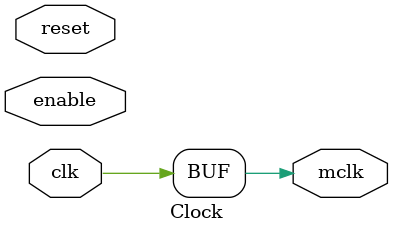
<source format=v>
`timescale 1ns / 1ps
module Clock(
	input wire clk, reset, enable,
	output wire mclk
    );
	
assign mclk = clk;
/*reg tclk=1'b0;
assign mclk = tclk;
always @(posedge clk or posedge reset)
begin
	if(reset)	tclk = 2'b0;
	else if (enable)		tclk = ~tclk;
end*/
endmodule

</source>
